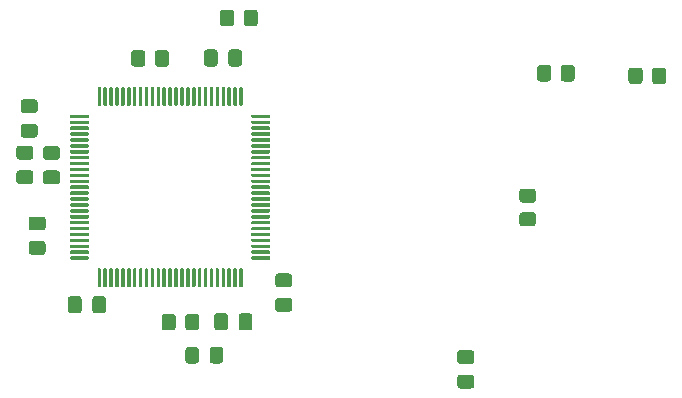
<source format=gbr>
%TF.GenerationSoftware,KiCad,Pcbnew,(5.1.9)-1*%
%TF.CreationDate,2021-04-19T10:41:21+09:00*%
%TF.ProjectId,Air_Pollution_Sensor,4169725f-506f-46c6-9c75-74696f6e5f53,rev?*%
%TF.SameCoordinates,Original*%
%TF.FileFunction,Paste,Bot*%
%TF.FilePolarity,Positive*%
%FSLAX46Y46*%
G04 Gerber Fmt 4.6, Leading zero omitted, Abs format (unit mm)*
G04 Created by KiCad (PCBNEW (5.1.9)-1) date 2021-04-19 10:41:21*
%MOMM*%
%LPD*%
G01*
G04 APERTURE LIST*
G04 APERTURE END LIST*
%TO.C,C9*%
G36*
G01*
X140444200Y-105475100D02*
X141394200Y-105475100D01*
G75*
G02*
X141644200Y-105725100I0J-250000D01*
G01*
X141644200Y-106400100D01*
G75*
G02*
X141394200Y-106650100I-250000J0D01*
G01*
X140444200Y-106650100D01*
G75*
G02*
X140194200Y-106400100I0J250000D01*
G01*
X140194200Y-105725100D01*
G75*
G02*
X140444200Y-105475100I250000J0D01*
G01*
G37*
G36*
G01*
X140444200Y-103400100D02*
X141394200Y-103400100D01*
G75*
G02*
X141644200Y-103650100I0J-250000D01*
G01*
X141644200Y-104325100D01*
G75*
G02*
X141394200Y-104575100I-250000J0D01*
G01*
X140444200Y-104575100D01*
G75*
G02*
X140194200Y-104325100I0J250000D01*
G01*
X140194200Y-103650100D01*
G75*
G02*
X140444200Y-103400100I250000J0D01*
G01*
G37*
%TD*%
%TO.C,R5*%
G36*
G01*
X151433580Y-117870819D02*
X151433580Y-118770821D01*
G75*
G02*
X151183581Y-119020820I-249999J0D01*
G01*
X150483579Y-119020820D01*
G75*
G02*
X150233580Y-118770821I0J249999D01*
G01*
X150233580Y-117870819D01*
G75*
G02*
X150483579Y-117620820I249999J0D01*
G01*
X151183581Y-117620820D01*
G75*
G02*
X151433580Y-117870819I0J-249999D01*
G01*
G37*
G36*
G01*
X153433580Y-117870819D02*
X153433580Y-118770821D01*
G75*
G02*
X153183581Y-119020820I-249999J0D01*
G01*
X152483579Y-119020820D01*
G75*
G02*
X152233580Y-118770821I0J249999D01*
G01*
X152233580Y-117870819D01*
G75*
G02*
X152483579Y-117620820I249999J0D01*
G01*
X153183581Y-117620820D01*
G75*
G02*
X153433580Y-117870819I0J-249999D01*
G01*
G37*
%TD*%
%TO.C,D5*%
G36*
G01*
X153411880Y-120669899D02*
X153411880Y-121569901D01*
G75*
G02*
X153161881Y-121819900I-249999J0D01*
G01*
X152511879Y-121819900D01*
G75*
G02*
X152261880Y-121569901I0J249999D01*
G01*
X152261880Y-120669899D01*
G75*
G02*
X152511879Y-120419900I249999J0D01*
G01*
X153161881Y-120419900D01*
G75*
G02*
X153411880Y-120669899I0J-249999D01*
G01*
G37*
G36*
G01*
X155461880Y-120669899D02*
X155461880Y-121569901D01*
G75*
G02*
X155211881Y-121819900I-249999J0D01*
G01*
X154561879Y-121819900D01*
G75*
G02*
X154311880Y-121569901I0J249999D01*
G01*
X154311880Y-120669899D01*
G75*
G02*
X154561879Y-120419900I249999J0D01*
G01*
X155211881Y-120419900D01*
G75*
G02*
X155461880Y-120669899I0J-249999D01*
G01*
G37*
%TD*%
%TO.C,U6*%
G36*
G01*
X144812360Y-115295900D02*
X144812360Y-113845900D01*
G75*
G02*
X144887360Y-113770900I75000J0D01*
G01*
X145037360Y-113770900D01*
G75*
G02*
X145112360Y-113845900I0J-75000D01*
G01*
X145112360Y-115295900D01*
G75*
G02*
X145037360Y-115370900I-75000J0D01*
G01*
X144887360Y-115370900D01*
G75*
G02*
X144812360Y-115295900I0J75000D01*
G01*
G37*
G36*
G01*
X145312360Y-115295900D02*
X145312360Y-113845900D01*
G75*
G02*
X145387360Y-113770900I75000J0D01*
G01*
X145537360Y-113770900D01*
G75*
G02*
X145612360Y-113845900I0J-75000D01*
G01*
X145612360Y-115295900D01*
G75*
G02*
X145537360Y-115370900I-75000J0D01*
G01*
X145387360Y-115370900D01*
G75*
G02*
X145312360Y-115295900I0J75000D01*
G01*
G37*
G36*
G01*
X145812360Y-115295900D02*
X145812360Y-113845900D01*
G75*
G02*
X145887360Y-113770900I75000J0D01*
G01*
X146037360Y-113770900D01*
G75*
G02*
X146112360Y-113845900I0J-75000D01*
G01*
X146112360Y-115295900D01*
G75*
G02*
X146037360Y-115370900I-75000J0D01*
G01*
X145887360Y-115370900D01*
G75*
G02*
X145812360Y-115295900I0J75000D01*
G01*
G37*
G36*
G01*
X146312360Y-115295900D02*
X146312360Y-113845900D01*
G75*
G02*
X146387360Y-113770900I75000J0D01*
G01*
X146537360Y-113770900D01*
G75*
G02*
X146612360Y-113845900I0J-75000D01*
G01*
X146612360Y-115295900D01*
G75*
G02*
X146537360Y-115370900I-75000J0D01*
G01*
X146387360Y-115370900D01*
G75*
G02*
X146312360Y-115295900I0J75000D01*
G01*
G37*
G36*
G01*
X146812360Y-115295900D02*
X146812360Y-113845900D01*
G75*
G02*
X146887360Y-113770900I75000J0D01*
G01*
X147037360Y-113770900D01*
G75*
G02*
X147112360Y-113845900I0J-75000D01*
G01*
X147112360Y-115295900D01*
G75*
G02*
X147037360Y-115370900I-75000J0D01*
G01*
X146887360Y-115370900D01*
G75*
G02*
X146812360Y-115295900I0J75000D01*
G01*
G37*
G36*
G01*
X147312360Y-115295900D02*
X147312360Y-113845900D01*
G75*
G02*
X147387360Y-113770900I75000J0D01*
G01*
X147537360Y-113770900D01*
G75*
G02*
X147612360Y-113845900I0J-75000D01*
G01*
X147612360Y-115295900D01*
G75*
G02*
X147537360Y-115370900I-75000J0D01*
G01*
X147387360Y-115370900D01*
G75*
G02*
X147312360Y-115295900I0J75000D01*
G01*
G37*
G36*
G01*
X147812360Y-115295900D02*
X147812360Y-113845900D01*
G75*
G02*
X147887360Y-113770900I75000J0D01*
G01*
X148037360Y-113770900D01*
G75*
G02*
X148112360Y-113845900I0J-75000D01*
G01*
X148112360Y-115295900D01*
G75*
G02*
X148037360Y-115370900I-75000J0D01*
G01*
X147887360Y-115370900D01*
G75*
G02*
X147812360Y-115295900I0J75000D01*
G01*
G37*
G36*
G01*
X148312360Y-115295900D02*
X148312360Y-113845900D01*
G75*
G02*
X148387360Y-113770900I75000J0D01*
G01*
X148537360Y-113770900D01*
G75*
G02*
X148612360Y-113845900I0J-75000D01*
G01*
X148612360Y-115295900D01*
G75*
G02*
X148537360Y-115370900I-75000J0D01*
G01*
X148387360Y-115370900D01*
G75*
G02*
X148312360Y-115295900I0J75000D01*
G01*
G37*
G36*
G01*
X148812360Y-115295900D02*
X148812360Y-113845900D01*
G75*
G02*
X148887360Y-113770900I75000J0D01*
G01*
X149037360Y-113770900D01*
G75*
G02*
X149112360Y-113845900I0J-75000D01*
G01*
X149112360Y-115295900D01*
G75*
G02*
X149037360Y-115370900I-75000J0D01*
G01*
X148887360Y-115370900D01*
G75*
G02*
X148812360Y-115295900I0J75000D01*
G01*
G37*
G36*
G01*
X149312360Y-115295900D02*
X149312360Y-113845900D01*
G75*
G02*
X149387360Y-113770900I75000J0D01*
G01*
X149537360Y-113770900D01*
G75*
G02*
X149612360Y-113845900I0J-75000D01*
G01*
X149612360Y-115295900D01*
G75*
G02*
X149537360Y-115370900I-75000J0D01*
G01*
X149387360Y-115370900D01*
G75*
G02*
X149312360Y-115295900I0J75000D01*
G01*
G37*
G36*
G01*
X149812360Y-115295900D02*
X149812360Y-113845900D01*
G75*
G02*
X149887360Y-113770900I75000J0D01*
G01*
X150037360Y-113770900D01*
G75*
G02*
X150112360Y-113845900I0J-75000D01*
G01*
X150112360Y-115295900D01*
G75*
G02*
X150037360Y-115370900I-75000J0D01*
G01*
X149887360Y-115370900D01*
G75*
G02*
X149812360Y-115295900I0J75000D01*
G01*
G37*
G36*
G01*
X150312360Y-115295900D02*
X150312360Y-113845900D01*
G75*
G02*
X150387360Y-113770900I75000J0D01*
G01*
X150537360Y-113770900D01*
G75*
G02*
X150612360Y-113845900I0J-75000D01*
G01*
X150612360Y-115295900D01*
G75*
G02*
X150537360Y-115370900I-75000J0D01*
G01*
X150387360Y-115370900D01*
G75*
G02*
X150312360Y-115295900I0J75000D01*
G01*
G37*
G36*
G01*
X150812360Y-115295900D02*
X150812360Y-113845900D01*
G75*
G02*
X150887360Y-113770900I75000J0D01*
G01*
X151037360Y-113770900D01*
G75*
G02*
X151112360Y-113845900I0J-75000D01*
G01*
X151112360Y-115295900D01*
G75*
G02*
X151037360Y-115370900I-75000J0D01*
G01*
X150887360Y-115370900D01*
G75*
G02*
X150812360Y-115295900I0J75000D01*
G01*
G37*
G36*
G01*
X151312360Y-115295900D02*
X151312360Y-113845900D01*
G75*
G02*
X151387360Y-113770900I75000J0D01*
G01*
X151537360Y-113770900D01*
G75*
G02*
X151612360Y-113845900I0J-75000D01*
G01*
X151612360Y-115295900D01*
G75*
G02*
X151537360Y-115370900I-75000J0D01*
G01*
X151387360Y-115370900D01*
G75*
G02*
X151312360Y-115295900I0J75000D01*
G01*
G37*
G36*
G01*
X151812360Y-115295900D02*
X151812360Y-113845900D01*
G75*
G02*
X151887360Y-113770900I75000J0D01*
G01*
X152037360Y-113770900D01*
G75*
G02*
X152112360Y-113845900I0J-75000D01*
G01*
X152112360Y-115295900D01*
G75*
G02*
X152037360Y-115370900I-75000J0D01*
G01*
X151887360Y-115370900D01*
G75*
G02*
X151812360Y-115295900I0J75000D01*
G01*
G37*
G36*
G01*
X152312360Y-115295900D02*
X152312360Y-113845900D01*
G75*
G02*
X152387360Y-113770900I75000J0D01*
G01*
X152537360Y-113770900D01*
G75*
G02*
X152612360Y-113845900I0J-75000D01*
G01*
X152612360Y-115295900D01*
G75*
G02*
X152537360Y-115370900I-75000J0D01*
G01*
X152387360Y-115370900D01*
G75*
G02*
X152312360Y-115295900I0J75000D01*
G01*
G37*
G36*
G01*
X152812360Y-115295900D02*
X152812360Y-113845900D01*
G75*
G02*
X152887360Y-113770900I75000J0D01*
G01*
X153037360Y-113770900D01*
G75*
G02*
X153112360Y-113845900I0J-75000D01*
G01*
X153112360Y-115295900D01*
G75*
G02*
X153037360Y-115370900I-75000J0D01*
G01*
X152887360Y-115370900D01*
G75*
G02*
X152812360Y-115295900I0J75000D01*
G01*
G37*
G36*
G01*
X153312360Y-115295900D02*
X153312360Y-113845900D01*
G75*
G02*
X153387360Y-113770900I75000J0D01*
G01*
X153537360Y-113770900D01*
G75*
G02*
X153612360Y-113845900I0J-75000D01*
G01*
X153612360Y-115295900D01*
G75*
G02*
X153537360Y-115370900I-75000J0D01*
G01*
X153387360Y-115370900D01*
G75*
G02*
X153312360Y-115295900I0J75000D01*
G01*
G37*
G36*
G01*
X153812360Y-115295900D02*
X153812360Y-113845900D01*
G75*
G02*
X153887360Y-113770900I75000J0D01*
G01*
X154037360Y-113770900D01*
G75*
G02*
X154112360Y-113845900I0J-75000D01*
G01*
X154112360Y-115295900D01*
G75*
G02*
X154037360Y-115370900I-75000J0D01*
G01*
X153887360Y-115370900D01*
G75*
G02*
X153812360Y-115295900I0J75000D01*
G01*
G37*
G36*
G01*
X154312360Y-115295900D02*
X154312360Y-113845900D01*
G75*
G02*
X154387360Y-113770900I75000J0D01*
G01*
X154537360Y-113770900D01*
G75*
G02*
X154612360Y-113845900I0J-75000D01*
G01*
X154612360Y-115295900D01*
G75*
G02*
X154537360Y-115370900I-75000J0D01*
G01*
X154387360Y-115370900D01*
G75*
G02*
X154312360Y-115295900I0J75000D01*
G01*
G37*
G36*
G01*
X154812360Y-115295900D02*
X154812360Y-113845900D01*
G75*
G02*
X154887360Y-113770900I75000J0D01*
G01*
X155037360Y-113770900D01*
G75*
G02*
X155112360Y-113845900I0J-75000D01*
G01*
X155112360Y-115295900D01*
G75*
G02*
X155037360Y-115370900I-75000J0D01*
G01*
X154887360Y-115370900D01*
G75*
G02*
X154812360Y-115295900I0J75000D01*
G01*
G37*
G36*
G01*
X155312360Y-115295900D02*
X155312360Y-113845900D01*
G75*
G02*
X155387360Y-113770900I75000J0D01*
G01*
X155537360Y-113770900D01*
G75*
G02*
X155612360Y-113845900I0J-75000D01*
G01*
X155612360Y-115295900D01*
G75*
G02*
X155537360Y-115370900I-75000J0D01*
G01*
X155387360Y-115370900D01*
G75*
G02*
X155312360Y-115295900I0J75000D01*
G01*
G37*
G36*
G01*
X155812360Y-115295900D02*
X155812360Y-113845900D01*
G75*
G02*
X155887360Y-113770900I75000J0D01*
G01*
X156037360Y-113770900D01*
G75*
G02*
X156112360Y-113845900I0J-75000D01*
G01*
X156112360Y-115295900D01*
G75*
G02*
X156037360Y-115370900I-75000J0D01*
G01*
X155887360Y-115370900D01*
G75*
G02*
X155812360Y-115295900I0J75000D01*
G01*
G37*
G36*
G01*
X156312360Y-115295900D02*
X156312360Y-113845900D01*
G75*
G02*
X156387360Y-113770900I75000J0D01*
G01*
X156537360Y-113770900D01*
G75*
G02*
X156612360Y-113845900I0J-75000D01*
G01*
X156612360Y-115295900D01*
G75*
G02*
X156537360Y-115370900I-75000J0D01*
G01*
X156387360Y-115370900D01*
G75*
G02*
X156312360Y-115295900I0J75000D01*
G01*
G37*
G36*
G01*
X156812360Y-115295900D02*
X156812360Y-113845900D01*
G75*
G02*
X156887360Y-113770900I75000J0D01*
G01*
X157037360Y-113770900D01*
G75*
G02*
X157112360Y-113845900I0J-75000D01*
G01*
X157112360Y-115295900D01*
G75*
G02*
X157037360Y-115370900I-75000J0D01*
G01*
X156887360Y-115370900D01*
G75*
G02*
X156812360Y-115295900I0J75000D01*
G01*
G37*
G36*
G01*
X157837360Y-112970900D02*
X157837360Y-112820900D01*
G75*
G02*
X157912360Y-112745900I75000J0D01*
G01*
X159362360Y-112745900D01*
G75*
G02*
X159437360Y-112820900I0J-75000D01*
G01*
X159437360Y-112970900D01*
G75*
G02*
X159362360Y-113045900I-75000J0D01*
G01*
X157912360Y-113045900D01*
G75*
G02*
X157837360Y-112970900I0J75000D01*
G01*
G37*
G36*
G01*
X157837360Y-112470900D02*
X157837360Y-112320900D01*
G75*
G02*
X157912360Y-112245900I75000J0D01*
G01*
X159362360Y-112245900D01*
G75*
G02*
X159437360Y-112320900I0J-75000D01*
G01*
X159437360Y-112470900D01*
G75*
G02*
X159362360Y-112545900I-75000J0D01*
G01*
X157912360Y-112545900D01*
G75*
G02*
X157837360Y-112470900I0J75000D01*
G01*
G37*
G36*
G01*
X157837360Y-111970900D02*
X157837360Y-111820900D01*
G75*
G02*
X157912360Y-111745900I75000J0D01*
G01*
X159362360Y-111745900D01*
G75*
G02*
X159437360Y-111820900I0J-75000D01*
G01*
X159437360Y-111970900D01*
G75*
G02*
X159362360Y-112045900I-75000J0D01*
G01*
X157912360Y-112045900D01*
G75*
G02*
X157837360Y-111970900I0J75000D01*
G01*
G37*
G36*
G01*
X157837360Y-111470900D02*
X157837360Y-111320900D01*
G75*
G02*
X157912360Y-111245900I75000J0D01*
G01*
X159362360Y-111245900D01*
G75*
G02*
X159437360Y-111320900I0J-75000D01*
G01*
X159437360Y-111470900D01*
G75*
G02*
X159362360Y-111545900I-75000J0D01*
G01*
X157912360Y-111545900D01*
G75*
G02*
X157837360Y-111470900I0J75000D01*
G01*
G37*
G36*
G01*
X157837360Y-110970900D02*
X157837360Y-110820900D01*
G75*
G02*
X157912360Y-110745900I75000J0D01*
G01*
X159362360Y-110745900D01*
G75*
G02*
X159437360Y-110820900I0J-75000D01*
G01*
X159437360Y-110970900D01*
G75*
G02*
X159362360Y-111045900I-75000J0D01*
G01*
X157912360Y-111045900D01*
G75*
G02*
X157837360Y-110970900I0J75000D01*
G01*
G37*
G36*
G01*
X157837360Y-110470900D02*
X157837360Y-110320900D01*
G75*
G02*
X157912360Y-110245900I75000J0D01*
G01*
X159362360Y-110245900D01*
G75*
G02*
X159437360Y-110320900I0J-75000D01*
G01*
X159437360Y-110470900D01*
G75*
G02*
X159362360Y-110545900I-75000J0D01*
G01*
X157912360Y-110545900D01*
G75*
G02*
X157837360Y-110470900I0J75000D01*
G01*
G37*
G36*
G01*
X157837360Y-109970900D02*
X157837360Y-109820900D01*
G75*
G02*
X157912360Y-109745900I75000J0D01*
G01*
X159362360Y-109745900D01*
G75*
G02*
X159437360Y-109820900I0J-75000D01*
G01*
X159437360Y-109970900D01*
G75*
G02*
X159362360Y-110045900I-75000J0D01*
G01*
X157912360Y-110045900D01*
G75*
G02*
X157837360Y-109970900I0J75000D01*
G01*
G37*
G36*
G01*
X157837360Y-109470900D02*
X157837360Y-109320900D01*
G75*
G02*
X157912360Y-109245900I75000J0D01*
G01*
X159362360Y-109245900D01*
G75*
G02*
X159437360Y-109320900I0J-75000D01*
G01*
X159437360Y-109470900D01*
G75*
G02*
X159362360Y-109545900I-75000J0D01*
G01*
X157912360Y-109545900D01*
G75*
G02*
X157837360Y-109470900I0J75000D01*
G01*
G37*
G36*
G01*
X157837360Y-108970900D02*
X157837360Y-108820900D01*
G75*
G02*
X157912360Y-108745900I75000J0D01*
G01*
X159362360Y-108745900D01*
G75*
G02*
X159437360Y-108820900I0J-75000D01*
G01*
X159437360Y-108970900D01*
G75*
G02*
X159362360Y-109045900I-75000J0D01*
G01*
X157912360Y-109045900D01*
G75*
G02*
X157837360Y-108970900I0J75000D01*
G01*
G37*
G36*
G01*
X157837360Y-108470900D02*
X157837360Y-108320900D01*
G75*
G02*
X157912360Y-108245900I75000J0D01*
G01*
X159362360Y-108245900D01*
G75*
G02*
X159437360Y-108320900I0J-75000D01*
G01*
X159437360Y-108470900D01*
G75*
G02*
X159362360Y-108545900I-75000J0D01*
G01*
X157912360Y-108545900D01*
G75*
G02*
X157837360Y-108470900I0J75000D01*
G01*
G37*
G36*
G01*
X157837360Y-107970900D02*
X157837360Y-107820900D01*
G75*
G02*
X157912360Y-107745900I75000J0D01*
G01*
X159362360Y-107745900D01*
G75*
G02*
X159437360Y-107820900I0J-75000D01*
G01*
X159437360Y-107970900D01*
G75*
G02*
X159362360Y-108045900I-75000J0D01*
G01*
X157912360Y-108045900D01*
G75*
G02*
X157837360Y-107970900I0J75000D01*
G01*
G37*
G36*
G01*
X157837360Y-107470900D02*
X157837360Y-107320900D01*
G75*
G02*
X157912360Y-107245900I75000J0D01*
G01*
X159362360Y-107245900D01*
G75*
G02*
X159437360Y-107320900I0J-75000D01*
G01*
X159437360Y-107470900D01*
G75*
G02*
X159362360Y-107545900I-75000J0D01*
G01*
X157912360Y-107545900D01*
G75*
G02*
X157837360Y-107470900I0J75000D01*
G01*
G37*
G36*
G01*
X157837360Y-106970900D02*
X157837360Y-106820900D01*
G75*
G02*
X157912360Y-106745900I75000J0D01*
G01*
X159362360Y-106745900D01*
G75*
G02*
X159437360Y-106820900I0J-75000D01*
G01*
X159437360Y-106970900D01*
G75*
G02*
X159362360Y-107045900I-75000J0D01*
G01*
X157912360Y-107045900D01*
G75*
G02*
X157837360Y-106970900I0J75000D01*
G01*
G37*
G36*
G01*
X157837360Y-106470900D02*
X157837360Y-106320900D01*
G75*
G02*
X157912360Y-106245900I75000J0D01*
G01*
X159362360Y-106245900D01*
G75*
G02*
X159437360Y-106320900I0J-75000D01*
G01*
X159437360Y-106470900D01*
G75*
G02*
X159362360Y-106545900I-75000J0D01*
G01*
X157912360Y-106545900D01*
G75*
G02*
X157837360Y-106470900I0J75000D01*
G01*
G37*
G36*
G01*
X157837360Y-105970900D02*
X157837360Y-105820900D01*
G75*
G02*
X157912360Y-105745900I75000J0D01*
G01*
X159362360Y-105745900D01*
G75*
G02*
X159437360Y-105820900I0J-75000D01*
G01*
X159437360Y-105970900D01*
G75*
G02*
X159362360Y-106045900I-75000J0D01*
G01*
X157912360Y-106045900D01*
G75*
G02*
X157837360Y-105970900I0J75000D01*
G01*
G37*
G36*
G01*
X157837360Y-105470900D02*
X157837360Y-105320900D01*
G75*
G02*
X157912360Y-105245900I75000J0D01*
G01*
X159362360Y-105245900D01*
G75*
G02*
X159437360Y-105320900I0J-75000D01*
G01*
X159437360Y-105470900D01*
G75*
G02*
X159362360Y-105545900I-75000J0D01*
G01*
X157912360Y-105545900D01*
G75*
G02*
X157837360Y-105470900I0J75000D01*
G01*
G37*
G36*
G01*
X157837360Y-104970900D02*
X157837360Y-104820900D01*
G75*
G02*
X157912360Y-104745900I75000J0D01*
G01*
X159362360Y-104745900D01*
G75*
G02*
X159437360Y-104820900I0J-75000D01*
G01*
X159437360Y-104970900D01*
G75*
G02*
X159362360Y-105045900I-75000J0D01*
G01*
X157912360Y-105045900D01*
G75*
G02*
X157837360Y-104970900I0J75000D01*
G01*
G37*
G36*
G01*
X157837360Y-104470900D02*
X157837360Y-104320900D01*
G75*
G02*
X157912360Y-104245900I75000J0D01*
G01*
X159362360Y-104245900D01*
G75*
G02*
X159437360Y-104320900I0J-75000D01*
G01*
X159437360Y-104470900D01*
G75*
G02*
X159362360Y-104545900I-75000J0D01*
G01*
X157912360Y-104545900D01*
G75*
G02*
X157837360Y-104470900I0J75000D01*
G01*
G37*
G36*
G01*
X157837360Y-103970900D02*
X157837360Y-103820900D01*
G75*
G02*
X157912360Y-103745900I75000J0D01*
G01*
X159362360Y-103745900D01*
G75*
G02*
X159437360Y-103820900I0J-75000D01*
G01*
X159437360Y-103970900D01*
G75*
G02*
X159362360Y-104045900I-75000J0D01*
G01*
X157912360Y-104045900D01*
G75*
G02*
X157837360Y-103970900I0J75000D01*
G01*
G37*
G36*
G01*
X157837360Y-103470900D02*
X157837360Y-103320900D01*
G75*
G02*
X157912360Y-103245900I75000J0D01*
G01*
X159362360Y-103245900D01*
G75*
G02*
X159437360Y-103320900I0J-75000D01*
G01*
X159437360Y-103470900D01*
G75*
G02*
X159362360Y-103545900I-75000J0D01*
G01*
X157912360Y-103545900D01*
G75*
G02*
X157837360Y-103470900I0J75000D01*
G01*
G37*
G36*
G01*
X157837360Y-102970900D02*
X157837360Y-102820900D01*
G75*
G02*
X157912360Y-102745900I75000J0D01*
G01*
X159362360Y-102745900D01*
G75*
G02*
X159437360Y-102820900I0J-75000D01*
G01*
X159437360Y-102970900D01*
G75*
G02*
X159362360Y-103045900I-75000J0D01*
G01*
X157912360Y-103045900D01*
G75*
G02*
X157837360Y-102970900I0J75000D01*
G01*
G37*
G36*
G01*
X157837360Y-102470900D02*
X157837360Y-102320900D01*
G75*
G02*
X157912360Y-102245900I75000J0D01*
G01*
X159362360Y-102245900D01*
G75*
G02*
X159437360Y-102320900I0J-75000D01*
G01*
X159437360Y-102470900D01*
G75*
G02*
X159362360Y-102545900I-75000J0D01*
G01*
X157912360Y-102545900D01*
G75*
G02*
X157837360Y-102470900I0J75000D01*
G01*
G37*
G36*
G01*
X157837360Y-101970900D02*
X157837360Y-101820900D01*
G75*
G02*
X157912360Y-101745900I75000J0D01*
G01*
X159362360Y-101745900D01*
G75*
G02*
X159437360Y-101820900I0J-75000D01*
G01*
X159437360Y-101970900D01*
G75*
G02*
X159362360Y-102045900I-75000J0D01*
G01*
X157912360Y-102045900D01*
G75*
G02*
X157837360Y-101970900I0J75000D01*
G01*
G37*
G36*
G01*
X157837360Y-101470900D02*
X157837360Y-101320900D01*
G75*
G02*
X157912360Y-101245900I75000J0D01*
G01*
X159362360Y-101245900D01*
G75*
G02*
X159437360Y-101320900I0J-75000D01*
G01*
X159437360Y-101470900D01*
G75*
G02*
X159362360Y-101545900I-75000J0D01*
G01*
X157912360Y-101545900D01*
G75*
G02*
X157837360Y-101470900I0J75000D01*
G01*
G37*
G36*
G01*
X157837360Y-100970900D02*
X157837360Y-100820900D01*
G75*
G02*
X157912360Y-100745900I75000J0D01*
G01*
X159362360Y-100745900D01*
G75*
G02*
X159437360Y-100820900I0J-75000D01*
G01*
X159437360Y-100970900D01*
G75*
G02*
X159362360Y-101045900I-75000J0D01*
G01*
X157912360Y-101045900D01*
G75*
G02*
X157837360Y-100970900I0J75000D01*
G01*
G37*
G36*
G01*
X156812360Y-99945900D02*
X156812360Y-98495900D01*
G75*
G02*
X156887360Y-98420900I75000J0D01*
G01*
X157037360Y-98420900D01*
G75*
G02*
X157112360Y-98495900I0J-75000D01*
G01*
X157112360Y-99945900D01*
G75*
G02*
X157037360Y-100020900I-75000J0D01*
G01*
X156887360Y-100020900D01*
G75*
G02*
X156812360Y-99945900I0J75000D01*
G01*
G37*
G36*
G01*
X156312360Y-99945900D02*
X156312360Y-98495900D01*
G75*
G02*
X156387360Y-98420900I75000J0D01*
G01*
X156537360Y-98420900D01*
G75*
G02*
X156612360Y-98495900I0J-75000D01*
G01*
X156612360Y-99945900D01*
G75*
G02*
X156537360Y-100020900I-75000J0D01*
G01*
X156387360Y-100020900D01*
G75*
G02*
X156312360Y-99945900I0J75000D01*
G01*
G37*
G36*
G01*
X155812360Y-99945900D02*
X155812360Y-98495900D01*
G75*
G02*
X155887360Y-98420900I75000J0D01*
G01*
X156037360Y-98420900D01*
G75*
G02*
X156112360Y-98495900I0J-75000D01*
G01*
X156112360Y-99945900D01*
G75*
G02*
X156037360Y-100020900I-75000J0D01*
G01*
X155887360Y-100020900D01*
G75*
G02*
X155812360Y-99945900I0J75000D01*
G01*
G37*
G36*
G01*
X155312360Y-99945900D02*
X155312360Y-98495900D01*
G75*
G02*
X155387360Y-98420900I75000J0D01*
G01*
X155537360Y-98420900D01*
G75*
G02*
X155612360Y-98495900I0J-75000D01*
G01*
X155612360Y-99945900D01*
G75*
G02*
X155537360Y-100020900I-75000J0D01*
G01*
X155387360Y-100020900D01*
G75*
G02*
X155312360Y-99945900I0J75000D01*
G01*
G37*
G36*
G01*
X154812360Y-99945900D02*
X154812360Y-98495900D01*
G75*
G02*
X154887360Y-98420900I75000J0D01*
G01*
X155037360Y-98420900D01*
G75*
G02*
X155112360Y-98495900I0J-75000D01*
G01*
X155112360Y-99945900D01*
G75*
G02*
X155037360Y-100020900I-75000J0D01*
G01*
X154887360Y-100020900D01*
G75*
G02*
X154812360Y-99945900I0J75000D01*
G01*
G37*
G36*
G01*
X154312360Y-99945900D02*
X154312360Y-98495900D01*
G75*
G02*
X154387360Y-98420900I75000J0D01*
G01*
X154537360Y-98420900D01*
G75*
G02*
X154612360Y-98495900I0J-75000D01*
G01*
X154612360Y-99945900D01*
G75*
G02*
X154537360Y-100020900I-75000J0D01*
G01*
X154387360Y-100020900D01*
G75*
G02*
X154312360Y-99945900I0J75000D01*
G01*
G37*
G36*
G01*
X153812360Y-99945900D02*
X153812360Y-98495900D01*
G75*
G02*
X153887360Y-98420900I75000J0D01*
G01*
X154037360Y-98420900D01*
G75*
G02*
X154112360Y-98495900I0J-75000D01*
G01*
X154112360Y-99945900D01*
G75*
G02*
X154037360Y-100020900I-75000J0D01*
G01*
X153887360Y-100020900D01*
G75*
G02*
X153812360Y-99945900I0J75000D01*
G01*
G37*
G36*
G01*
X153312360Y-99945900D02*
X153312360Y-98495900D01*
G75*
G02*
X153387360Y-98420900I75000J0D01*
G01*
X153537360Y-98420900D01*
G75*
G02*
X153612360Y-98495900I0J-75000D01*
G01*
X153612360Y-99945900D01*
G75*
G02*
X153537360Y-100020900I-75000J0D01*
G01*
X153387360Y-100020900D01*
G75*
G02*
X153312360Y-99945900I0J75000D01*
G01*
G37*
G36*
G01*
X152812360Y-99945900D02*
X152812360Y-98495900D01*
G75*
G02*
X152887360Y-98420900I75000J0D01*
G01*
X153037360Y-98420900D01*
G75*
G02*
X153112360Y-98495900I0J-75000D01*
G01*
X153112360Y-99945900D01*
G75*
G02*
X153037360Y-100020900I-75000J0D01*
G01*
X152887360Y-100020900D01*
G75*
G02*
X152812360Y-99945900I0J75000D01*
G01*
G37*
G36*
G01*
X152312360Y-99945900D02*
X152312360Y-98495900D01*
G75*
G02*
X152387360Y-98420900I75000J0D01*
G01*
X152537360Y-98420900D01*
G75*
G02*
X152612360Y-98495900I0J-75000D01*
G01*
X152612360Y-99945900D01*
G75*
G02*
X152537360Y-100020900I-75000J0D01*
G01*
X152387360Y-100020900D01*
G75*
G02*
X152312360Y-99945900I0J75000D01*
G01*
G37*
G36*
G01*
X151812360Y-99945900D02*
X151812360Y-98495900D01*
G75*
G02*
X151887360Y-98420900I75000J0D01*
G01*
X152037360Y-98420900D01*
G75*
G02*
X152112360Y-98495900I0J-75000D01*
G01*
X152112360Y-99945900D01*
G75*
G02*
X152037360Y-100020900I-75000J0D01*
G01*
X151887360Y-100020900D01*
G75*
G02*
X151812360Y-99945900I0J75000D01*
G01*
G37*
G36*
G01*
X151312360Y-99945900D02*
X151312360Y-98495900D01*
G75*
G02*
X151387360Y-98420900I75000J0D01*
G01*
X151537360Y-98420900D01*
G75*
G02*
X151612360Y-98495900I0J-75000D01*
G01*
X151612360Y-99945900D01*
G75*
G02*
X151537360Y-100020900I-75000J0D01*
G01*
X151387360Y-100020900D01*
G75*
G02*
X151312360Y-99945900I0J75000D01*
G01*
G37*
G36*
G01*
X150812360Y-99945900D02*
X150812360Y-98495900D01*
G75*
G02*
X150887360Y-98420900I75000J0D01*
G01*
X151037360Y-98420900D01*
G75*
G02*
X151112360Y-98495900I0J-75000D01*
G01*
X151112360Y-99945900D01*
G75*
G02*
X151037360Y-100020900I-75000J0D01*
G01*
X150887360Y-100020900D01*
G75*
G02*
X150812360Y-99945900I0J75000D01*
G01*
G37*
G36*
G01*
X150312360Y-99945900D02*
X150312360Y-98495900D01*
G75*
G02*
X150387360Y-98420900I75000J0D01*
G01*
X150537360Y-98420900D01*
G75*
G02*
X150612360Y-98495900I0J-75000D01*
G01*
X150612360Y-99945900D01*
G75*
G02*
X150537360Y-100020900I-75000J0D01*
G01*
X150387360Y-100020900D01*
G75*
G02*
X150312360Y-99945900I0J75000D01*
G01*
G37*
G36*
G01*
X149812360Y-99945900D02*
X149812360Y-98495900D01*
G75*
G02*
X149887360Y-98420900I75000J0D01*
G01*
X150037360Y-98420900D01*
G75*
G02*
X150112360Y-98495900I0J-75000D01*
G01*
X150112360Y-99945900D01*
G75*
G02*
X150037360Y-100020900I-75000J0D01*
G01*
X149887360Y-100020900D01*
G75*
G02*
X149812360Y-99945900I0J75000D01*
G01*
G37*
G36*
G01*
X149312360Y-99945900D02*
X149312360Y-98495900D01*
G75*
G02*
X149387360Y-98420900I75000J0D01*
G01*
X149537360Y-98420900D01*
G75*
G02*
X149612360Y-98495900I0J-75000D01*
G01*
X149612360Y-99945900D01*
G75*
G02*
X149537360Y-100020900I-75000J0D01*
G01*
X149387360Y-100020900D01*
G75*
G02*
X149312360Y-99945900I0J75000D01*
G01*
G37*
G36*
G01*
X148812360Y-99945900D02*
X148812360Y-98495900D01*
G75*
G02*
X148887360Y-98420900I75000J0D01*
G01*
X149037360Y-98420900D01*
G75*
G02*
X149112360Y-98495900I0J-75000D01*
G01*
X149112360Y-99945900D01*
G75*
G02*
X149037360Y-100020900I-75000J0D01*
G01*
X148887360Y-100020900D01*
G75*
G02*
X148812360Y-99945900I0J75000D01*
G01*
G37*
G36*
G01*
X148312360Y-99945900D02*
X148312360Y-98495900D01*
G75*
G02*
X148387360Y-98420900I75000J0D01*
G01*
X148537360Y-98420900D01*
G75*
G02*
X148612360Y-98495900I0J-75000D01*
G01*
X148612360Y-99945900D01*
G75*
G02*
X148537360Y-100020900I-75000J0D01*
G01*
X148387360Y-100020900D01*
G75*
G02*
X148312360Y-99945900I0J75000D01*
G01*
G37*
G36*
G01*
X147812360Y-99945900D02*
X147812360Y-98495900D01*
G75*
G02*
X147887360Y-98420900I75000J0D01*
G01*
X148037360Y-98420900D01*
G75*
G02*
X148112360Y-98495900I0J-75000D01*
G01*
X148112360Y-99945900D01*
G75*
G02*
X148037360Y-100020900I-75000J0D01*
G01*
X147887360Y-100020900D01*
G75*
G02*
X147812360Y-99945900I0J75000D01*
G01*
G37*
G36*
G01*
X147312360Y-99945900D02*
X147312360Y-98495900D01*
G75*
G02*
X147387360Y-98420900I75000J0D01*
G01*
X147537360Y-98420900D01*
G75*
G02*
X147612360Y-98495900I0J-75000D01*
G01*
X147612360Y-99945900D01*
G75*
G02*
X147537360Y-100020900I-75000J0D01*
G01*
X147387360Y-100020900D01*
G75*
G02*
X147312360Y-99945900I0J75000D01*
G01*
G37*
G36*
G01*
X146812360Y-99945900D02*
X146812360Y-98495900D01*
G75*
G02*
X146887360Y-98420900I75000J0D01*
G01*
X147037360Y-98420900D01*
G75*
G02*
X147112360Y-98495900I0J-75000D01*
G01*
X147112360Y-99945900D01*
G75*
G02*
X147037360Y-100020900I-75000J0D01*
G01*
X146887360Y-100020900D01*
G75*
G02*
X146812360Y-99945900I0J75000D01*
G01*
G37*
G36*
G01*
X146312360Y-99945900D02*
X146312360Y-98495900D01*
G75*
G02*
X146387360Y-98420900I75000J0D01*
G01*
X146537360Y-98420900D01*
G75*
G02*
X146612360Y-98495900I0J-75000D01*
G01*
X146612360Y-99945900D01*
G75*
G02*
X146537360Y-100020900I-75000J0D01*
G01*
X146387360Y-100020900D01*
G75*
G02*
X146312360Y-99945900I0J75000D01*
G01*
G37*
G36*
G01*
X145812360Y-99945900D02*
X145812360Y-98495900D01*
G75*
G02*
X145887360Y-98420900I75000J0D01*
G01*
X146037360Y-98420900D01*
G75*
G02*
X146112360Y-98495900I0J-75000D01*
G01*
X146112360Y-99945900D01*
G75*
G02*
X146037360Y-100020900I-75000J0D01*
G01*
X145887360Y-100020900D01*
G75*
G02*
X145812360Y-99945900I0J75000D01*
G01*
G37*
G36*
G01*
X145312360Y-99945900D02*
X145312360Y-98495900D01*
G75*
G02*
X145387360Y-98420900I75000J0D01*
G01*
X145537360Y-98420900D01*
G75*
G02*
X145612360Y-98495900I0J-75000D01*
G01*
X145612360Y-99945900D01*
G75*
G02*
X145537360Y-100020900I-75000J0D01*
G01*
X145387360Y-100020900D01*
G75*
G02*
X145312360Y-99945900I0J75000D01*
G01*
G37*
G36*
G01*
X144812360Y-99945900D02*
X144812360Y-98495900D01*
G75*
G02*
X144887360Y-98420900I75000J0D01*
G01*
X145037360Y-98420900D01*
G75*
G02*
X145112360Y-98495900I0J-75000D01*
G01*
X145112360Y-99945900D01*
G75*
G02*
X145037360Y-100020900I-75000J0D01*
G01*
X144887360Y-100020900D01*
G75*
G02*
X144812360Y-99945900I0J75000D01*
G01*
G37*
G36*
G01*
X142487360Y-100970900D02*
X142487360Y-100820900D01*
G75*
G02*
X142562360Y-100745900I75000J0D01*
G01*
X144012360Y-100745900D01*
G75*
G02*
X144087360Y-100820900I0J-75000D01*
G01*
X144087360Y-100970900D01*
G75*
G02*
X144012360Y-101045900I-75000J0D01*
G01*
X142562360Y-101045900D01*
G75*
G02*
X142487360Y-100970900I0J75000D01*
G01*
G37*
G36*
G01*
X142487360Y-101470900D02*
X142487360Y-101320900D01*
G75*
G02*
X142562360Y-101245900I75000J0D01*
G01*
X144012360Y-101245900D01*
G75*
G02*
X144087360Y-101320900I0J-75000D01*
G01*
X144087360Y-101470900D01*
G75*
G02*
X144012360Y-101545900I-75000J0D01*
G01*
X142562360Y-101545900D01*
G75*
G02*
X142487360Y-101470900I0J75000D01*
G01*
G37*
G36*
G01*
X142487360Y-101970900D02*
X142487360Y-101820900D01*
G75*
G02*
X142562360Y-101745900I75000J0D01*
G01*
X144012360Y-101745900D01*
G75*
G02*
X144087360Y-101820900I0J-75000D01*
G01*
X144087360Y-101970900D01*
G75*
G02*
X144012360Y-102045900I-75000J0D01*
G01*
X142562360Y-102045900D01*
G75*
G02*
X142487360Y-101970900I0J75000D01*
G01*
G37*
G36*
G01*
X142487360Y-102470900D02*
X142487360Y-102320900D01*
G75*
G02*
X142562360Y-102245900I75000J0D01*
G01*
X144012360Y-102245900D01*
G75*
G02*
X144087360Y-102320900I0J-75000D01*
G01*
X144087360Y-102470900D01*
G75*
G02*
X144012360Y-102545900I-75000J0D01*
G01*
X142562360Y-102545900D01*
G75*
G02*
X142487360Y-102470900I0J75000D01*
G01*
G37*
G36*
G01*
X142487360Y-102970900D02*
X142487360Y-102820900D01*
G75*
G02*
X142562360Y-102745900I75000J0D01*
G01*
X144012360Y-102745900D01*
G75*
G02*
X144087360Y-102820900I0J-75000D01*
G01*
X144087360Y-102970900D01*
G75*
G02*
X144012360Y-103045900I-75000J0D01*
G01*
X142562360Y-103045900D01*
G75*
G02*
X142487360Y-102970900I0J75000D01*
G01*
G37*
G36*
G01*
X142487360Y-103470900D02*
X142487360Y-103320900D01*
G75*
G02*
X142562360Y-103245900I75000J0D01*
G01*
X144012360Y-103245900D01*
G75*
G02*
X144087360Y-103320900I0J-75000D01*
G01*
X144087360Y-103470900D01*
G75*
G02*
X144012360Y-103545900I-75000J0D01*
G01*
X142562360Y-103545900D01*
G75*
G02*
X142487360Y-103470900I0J75000D01*
G01*
G37*
G36*
G01*
X142487360Y-103970900D02*
X142487360Y-103820900D01*
G75*
G02*
X142562360Y-103745900I75000J0D01*
G01*
X144012360Y-103745900D01*
G75*
G02*
X144087360Y-103820900I0J-75000D01*
G01*
X144087360Y-103970900D01*
G75*
G02*
X144012360Y-104045900I-75000J0D01*
G01*
X142562360Y-104045900D01*
G75*
G02*
X142487360Y-103970900I0J75000D01*
G01*
G37*
G36*
G01*
X142487360Y-104470900D02*
X142487360Y-104320900D01*
G75*
G02*
X142562360Y-104245900I75000J0D01*
G01*
X144012360Y-104245900D01*
G75*
G02*
X144087360Y-104320900I0J-75000D01*
G01*
X144087360Y-104470900D01*
G75*
G02*
X144012360Y-104545900I-75000J0D01*
G01*
X142562360Y-104545900D01*
G75*
G02*
X142487360Y-104470900I0J75000D01*
G01*
G37*
G36*
G01*
X142487360Y-104970900D02*
X142487360Y-104820900D01*
G75*
G02*
X142562360Y-104745900I75000J0D01*
G01*
X144012360Y-104745900D01*
G75*
G02*
X144087360Y-104820900I0J-75000D01*
G01*
X144087360Y-104970900D01*
G75*
G02*
X144012360Y-105045900I-75000J0D01*
G01*
X142562360Y-105045900D01*
G75*
G02*
X142487360Y-104970900I0J75000D01*
G01*
G37*
G36*
G01*
X142487360Y-105470900D02*
X142487360Y-105320900D01*
G75*
G02*
X142562360Y-105245900I75000J0D01*
G01*
X144012360Y-105245900D01*
G75*
G02*
X144087360Y-105320900I0J-75000D01*
G01*
X144087360Y-105470900D01*
G75*
G02*
X144012360Y-105545900I-75000J0D01*
G01*
X142562360Y-105545900D01*
G75*
G02*
X142487360Y-105470900I0J75000D01*
G01*
G37*
G36*
G01*
X142487360Y-105970900D02*
X142487360Y-105820900D01*
G75*
G02*
X142562360Y-105745900I75000J0D01*
G01*
X144012360Y-105745900D01*
G75*
G02*
X144087360Y-105820900I0J-75000D01*
G01*
X144087360Y-105970900D01*
G75*
G02*
X144012360Y-106045900I-75000J0D01*
G01*
X142562360Y-106045900D01*
G75*
G02*
X142487360Y-105970900I0J75000D01*
G01*
G37*
G36*
G01*
X142487360Y-106470900D02*
X142487360Y-106320900D01*
G75*
G02*
X142562360Y-106245900I75000J0D01*
G01*
X144012360Y-106245900D01*
G75*
G02*
X144087360Y-106320900I0J-75000D01*
G01*
X144087360Y-106470900D01*
G75*
G02*
X144012360Y-106545900I-75000J0D01*
G01*
X142562360Y-106545900D01*
G75*
G02*
X142487360Y-106470900I0J75000D01*
G01*
G37*
G36*
G01*
X142487360Y-106970900D02*
X142487360Y-106820900D01*
G75*
G02*
X142562360Y-106745900I75000J0D01*
G01*
X144012360Y-106745900D01*
G75*
G02*
X144087360Y-106820900I0J-75000D01*
G01*
X144087360Y-106970900D01*
G75*
G02*
X144012360Y-107045900I-75000J0D01*
G01*
X142562360Y-107045900D01*
G75*
G02*
X142487360Y-106970900I0J75000D01*
G01*
G37*
G36*
G01*
X142487360Y-107470900D02*
X142487360Y-107320900D01*
G75*
G02*
X142562360Y-107245900I75000J0D01*
G01*
X144012360Y-107245900D01*
G75*
G02*
X144087360Y-107320900I0J-75000D01*
G01*
X144087360Y-107470900D01*
G75*
G02*
X144012360Y-107545900I-75000J0D01*
G01*
X142562360Y-107545900D01*
G75*
G02*
X142487360Y-107470900I0J75000D01*
G01*
G37*
G36*
G01*
X142487360Y-107970900D02*
X142487360Y-107820900D01*
G75*
G02*
X142562360Y-107745900I75000J0D01*
G01*
X144012360Y-107745900D01*
G75*
G02*
X144087360Y-107820900I0J-75000D01*
G01*
X144087360Y-107970900D01*
G75*
G02*
X144012360Y-108045900I-75000J0D01*
G01*
X142562360Y-108045900D01*
G75*
G02*
X142487360Y-107970900I0J75000D01*
G01*
G37*
G36*
G01*
X142487360Y-108470900D02*
X142487360Y-108320900D01*
G75*
G02*
X142562360Y-108245900I75000J0D01*
G01*
X144012360Y-108245900D01*
G75*
G02*
X144087360Y-108320900I0J-75000D01*
G01*
X144087360Y-108470900D01*
G75*
G02*
X144012360Y-108545900I-75000J0D01*
G01*
X142562360Y-108545900D01*
G75*
G02*
X142487360Y-108470900I0J75000D01*
G01*
G37*
G36*
G01*
X142487360Y-108970900D02*
X142487360Y-108820900D01*
G75*
G02*
X142562360Y-108745900I75000J0D01*
G01*
X144012360Y-108745900D01*
G75*
G02*
X144087360Y-108820900I0J-75000D01*
G01*
X144087360Y-108970900D01*
G75*
G02*
X144012360Y-109045900I-75000J0D01*
G01*
X142562360Y-109045900D01*
G75*
G02*
X142487360Y-108970900I0J75000D01*
G01*
G37*
G36*
G01*
X142487360Y-109470900D02*
X142487360Y-109320900D01*
G75*
G02*
X142562360Y-109245900I75000J0D01*
G01*
X144012360Y-109245900D01*
G75*
G02*
X144087360Y-109320900I0J-75000D01*
G01*
X144087360Y-109470900D01*
G75*
G02*
X144012360Y-109545900I-75000J0D01*
G01*
X142562360Y-109545900D01*
G75*
G02*
X142487360Y-109470900I0J75000D01*
G01*
G37*
G36*
G01*
X142487360Y-109970900D02*
X142487360Y-109820900D01*
G75*
G02*
X142562360Y-109745900I75000J0D01*
G01*
X144012360Y-109745900D01*
G75*
G02*
X144087360Y-109820900I0J-75000D01*
G01*
X144087360Y-109970900D01*
G75*
G02*
X144012360Y-110045900I-75000J0D01*
G01*
X142562360Y-110045900D01*
G75*
G02*
X142487360Y-109970900I0J75000D01*
G01*
G37*
G36*
G01*
X142487360Y-110470900D02*
X142487360Y-110320900D01*
G75*
G02*
X142562360Y-110245900I75000J0D01*
G01*
X144012360Y-110245900D01*
G75*
G02*
X144087360Y-110320900I0J-75000D01*
G01*
X144087360Y-110470900D01*
G75*
G02*
X144012360Y-110545900I-75000J0D01*
G01*
X142562360Y-110545900D01*
G75*
G02*
X142487360Y-110470900I0J75000D01*
G01*
G37*
G36*
G01*
X142487360Y-110970900D02*
X142487360Y-110820900D01*
G75*
G02*
X142562360Y-110745900I75000J0D01*
G01*
X144012360Y-110745900D01*
G75*
G02*
X144087360Y-110820900I0J-75000D01*
G01*
X144087360Y-110970900D01*
G75*
G02*
X144012360Y-111045900I-75000J0D01*
G01*
X142562360Y-111045900D01*
G75*
G02*
X142487360Y-110970900I0J75000D01*
G01*
G37*
G36*
G01*
X142487360Y-111470900D02*
X142487360Y-111320900D01*
G75*
G02*
X142562360Y-111245900I75000J0D01*
G01*
X144012360Y-111245900D01*
G75*
G02*
X144087360Y-111320900I0J-75000D01*
G01*
X144087360Y-111470900D01*
G75*
G02*
X144012360Y-111545900I-75000J0D01*
G01*
X142562360Y-111545900D01*
G75*
G02*
X142487360Y-111470900I0J75000D01*
G01*
G37*
G36*
G01*
X142487360Y-111970900D02*
X142487360Y-111820900D01*
G75*
G02*
X142562360Y-111745900I75000J0D01*
G01*
X144012360Y-111745900D01*
G75*
G02*
X144087360Y-111820900I0J-75000D01*
G01*
X144087360Y-111970900D01*
G75*
G02*
X144012360Y-112045900I-75000J0D01*
G01*
X142562360Y-112045900D01*
G75*
G02*
X142487360Y-111970900I0J75000D01*
G01*
G37*
G36*
G01*
X142487360Y-112470900D02*
X142487360Y-112320900D01*
G75*
G02*
X142562360Y-112245900I75000J0D01*
G01*
X144012360Y-112245900D01*
G75*
G02*
X144087360Y-112320900I0J-75000D01*
G01*
X144087360Y-112470900D01*
G75*
G02*
X144012360Y-112545900I-75000J0D01*
G01*
X142562360Y-112545900D01*
G75*
G02*
X142487360Y-112470900I0J75000D01*
G01*
G37*
G36*
G01*
X142487360Y-112970900D02*
X142487360Y-112820900D01*
G75*
G02*
X142562360Y-112745900I75000J0D01*
G01*
X144012360Y-112745900D01*
G75*
G02*
X144087360Y-112820900I0J-75000D01*
G01*
X144087360Y-112970900D01*
G75*
G02*
X144012360Y-113045900I-75000J0D01*
G01*
X142562360Y-113045900D01*
G75*
G02*
X142487360Y-112970900I0J75000D01*
G01*
G37*
%TD*%
%TO.C,C5*%
G36*
G01*
X155889200Y-96426040D02*
X155889200Y-95476040D01*
G75*
G02*
X156139200Y-95226040I250000J0D01*
G01*
X156814200Y-95226040D01*
G75*
G02*
X157064200Y-95476040I0J-250000D01*
G01*
X157064200Y-96426040D01*
G75*
G02*
X156814200Y-96676040I-250000J0D01*
G01*
X156139200Y-96676040D01*
G75*
G02*
X155889200Y-96426040I0J250000D01*
G01*
G37*
G36*
G01*
X153814200Y-96426040D02*
X153814200Y-95476040D01*
G75*
G02*
X154064200Y-95226040I250000J0D01*
G01*
X154739200Y-95226040D01*
G75*
G02*
X154989200Y-95476040I0J-250000D01*
G01*
X154989200Y-96426040D01*
G75*
G02*
X154739200Y-96676040I-250000J0D01*
G01*
X154064200Y-96676040D01*
G75*
G02*
X153814200Y-96426040I0J250000D01*
G01*
G37*
%TD*%
%TO.C,FB2*%
G36*
G01*
X175516520Y-122762340D02*
X176466520Y-122762340D01*
G75*
G02*
X176716520Y-123012340I0J-250000D01*
G01*
X176716520Y-123687340D01*
G75*
G02*
X176466520Y-123937340I-250000J0D01*
G01*
X175516520Y-123937340D01*
G75*
G02*
X175266520Y-123687340I0J250000D01*
G01*
X175266520Y-123012340D01*
G75*
G02*
X175516520Y-122762340I250000J0D01*
G01*
G37*
G36*
G01*
X175516520Y-120687340D02*
X176466520Y-120687340D01*
G75*
G02*
X176716520Y-120937340I0J-250000D01*
G01*
X176716520Y-121612340D01*
G75*
G02*
X176466520Y-121862340I-250000J0D01*
G01*
X175516520Y-121862340D01*
G75*
G02*
X175266520Y-121612340I0J250000D01*
G01*
X175266520Y-120937340D01*
G75*
G02*
X175516520Y-120687340I250000J0D01*
G01*
G37*
%TD*%
%TO.C,R4*%
G36*
G01*
X181679001Y-108212940D02*
X180778999Y-108212940D01*
G75*
G02*
X180529000Y-107962941I0J249999D01*
G01*
X180529000Y-107262939D01*
G75*
G02*
X180778999Y-107012940I249999J0D01*
G01*
X181679001Y-107012940D01*
G75*
G02*
X181929000Y-107262939I0J-249999D01*
G01*
X181929000Y-107962941D01*
G75*
G02*
X181679001Y-108212940I-249999J0D01*
G01*
G37*
G36*
G01*
X181679001Y-110212940D02*
X180778999Y-110212940D01*
G75*
G02*
X180529000Y-109962941I0J249999D01*
G01*
X180529000Y-109262939D01*
G75*
G02*
X180778999Y-109012940I249999J0D01*
G01*
X181679001Y-109012940D01*
G75*
G02*
X181929000Y-109262939I0J-249999D01*
G01*
X181929000Y-109962941D01*
G75*
G02*
X181679001Y-110212940I-249999J0D01*
G01*
G37*
%TD*%
%TO.C,R21*%
G36*
G01*
X184026760Y-97693901D02*
X184026760Y-96793899D01*
G75*
G02*
X184276759Y-96543900I249999J0D01*
G01*
X184976761Y-96543900D01*
G75*
G02*
X185226760Y-96793899I0J-249999D01*
G01*
X185226760Y-97693901D01*
G75*
G02*
X184976761Y-97943900I-249999J0D01*
G01*
X184276759Y-97943900D01*
G75*
G02*
X184026760Y-97693901I0J249999D01*
G01*
G37*
G36*
G01*
X182026760Y-97693901D02*
X182026760Y-96793899D01*
G75*
G02*
X182276759Y-96543900I249999J0D01*
G01*
X182976761Y-96543900D01*
G75*
G02*
X183226760Y-96793899I0J-249999D01*
G01*
X183226760Y-97693901D01*
G75*
G02*
X182976761Y-97943900I-249999J0D01*
G01*
X182276759Y-97943900D01*
G75*
G02*
X182026760Y-97693901I0J249999D01*
G01*
G37*
%TD*%
%TO.C,R19*%
G36*
G01*
X190963600Y-97014879D02*
X190963600Y-97914881D01*
G75*
G02*
X190713601Y-98164880I-249999J0D01*
G01*
X190013599Y-98164880D01*
G75*
G02*
X189763600Y-97914881I0J249999D01*
G01*
X189763600Y-97014879D01*
G75*
G02*
X190013599Y-96764880I249999J0D01*
G01*
X190713601Y-96764880D01*
G75*
G02*
X190963600Y-97014879I0J-249999D01*
G01*
G37*
G36*
G01*
X192963600Y-97014879D02*
X192963600Y-97914881D01*
G75*
G02*
X192713601Y-98164880I-249999J0D01*
G01*
X192013599Y-98164880D01*
G75*
G02*
X191763600Y-97914881I0J249999D01*
G01*
X191763600Y-97014879D01*
G75*
G02*
X192013599Y-96764880I249999J0D01*
G01*
X192713601Y-96764880D01*
G75*
G02*
X192963600Y-97014879I0J-249999D01*
G01*
G37*
%TD*%
%TO.C,R18*%
G36*
G01*
X157181500Y-93017761D02*
X157181500Y-92117759D01*
G75*
G02*
X157431499Y-91867760I249999J0D01*
G01*
X158131501Y-91867760D01*
G75*
G02*
X158381500Y-92117759I0J-249999D01*
G01*
X158381500Y-93017761D01*
G75*
G02*
X158131501Y-93267760I-249999J0D01*
G01*
X157431499Y-93267760D01*
G75*
G02*
X157181500Y-93017761I0J249999D01*
G01*
G37*
G36*
G01*
X155181500Y-93017761D02*
X155181500Y-92117759D01*
G75*
G02*
X155431499Y-91867760I249999J0D01*
G01*
X156131501Y-91867760D01*
G75*
G02*
X156381500Y-92117759I0J-249999D01*
G01*
X156381500Y-93017761D01*
G75*
G02*
X156131501Y-93267760I-249999J0D01*
G01*
X155431499Y-93267760D01*
G75*
G02*
X155181500Y-93017761I0J249999D01*
G01*
G37*
%TD*%
%TO.C,R17*%
G36*
G01*
X149663100Y-96441681D02*
X149663100Y-95541679D01*
G75*
G02*
X149913099Y-95291680I249999J0D01*
G01*
X150613101Y-95291680D01*
G75*
G02*
X150863100Y-95541679I0J-249999D01*
G01*
X150863100Y-96441681D01*
G75*
G02*
X150613101Y-96691680I-249999J0D01*
G01*
X149913099Y-96691680D01*
G75*
G02*
X149663100Y-96441681I0J249999D01*
G01*
G37*
G36*
G01*
X147663100Y-96441681D02*
X147663100Y-95541679D01*
G75*
G02*
X147913099Y-95291680I249999J0D01*
G01*
X148613101Y-95291680D01*
G75*
G02*
X148863100Y-95541679I0J-249999D01*
G01*
X148863100Y-96441681D01*
G75*
G02*
X148613101Y-96691680I-249999J0D01*
G01*
X147913099Y-96691680D01*
G75*
G02*
X147663100Y-96441681I0J249999D01*
G01*
G37*
%TD*%
%TO.C,C11*%
G36*
G01*
X143470300Y-116365000D02*
X143470300Y-117315000D01*
G75*
G02*
X143220300Y-117565000I-250000J0D01*
G01*
X142545300Y-117565000D01*
G75*
G02*
X142295300Y-117315000I0J250000D01*
G01*
X142295300Y-116365000D01*
G75*
G02*
X142545300Y-116115000I250000J0D01*
G01*
X143220300Y-116115000D01*
G75*
G02*
X143470300Y-116365000I0J-250000D01*
G01*
G37*
G36*
G01*
X145545300Y-116365000D02*
X145545300Y-117315000D01*
G75*
G02*
X145295300Y-117565000I-250000J0D01*
G01*
X144620300Y-117565000D01*
G75*
G02*
X144370300Y-117315000I0J250000D01*
G01*
X144370300Y-116365000D01*
G75*
G02*
X144620300Y-116115000I250000J0D01*
G01*
X145295300Y-116115000D01*
G75*
G02*
X145545300Y-116365000I0J-250000D01*
G01*
G37*
%TD*%
%TO.C,C10*%
G36*
G01*
X139225000Y-111448000D02*
X140175000Y-111448000D01*
G75*
G02*
X140425000Y-111698000I0J-250000D01*
G01*
X140425000Y-112373000D01*
G75*
G02*
X140175000Y-112623000I-250000J0D01*
G01*
X139225000Y-112623000D01*
G75*
G02*
X138975000Y-112373000I0J250000D01*
G01*
X138975000Y-111698000D01*
G75*
G02*
X139225000Y-111448000I250000J0D01*
G01*
G37*
G36*
G01*
X139225000Y-109373000D02*
X140175000Y-109373000D01*
G75*
G02*
X140425000Y-109623000I0J-250000D01*
G01*
X140425000Y-110298000D01*
G75*
G02*
X140175000Y-110548000I-250000J0D01*
G01*
X139225000Y-110548000D01*
G75*
G02*
X138975000Y-110298000I0J250000D01*
G01*
X138975000Y-109623000D01*
G75*
G02*
X139225000Y-109373000I250000J0D01*
G01*
G37*
%TD*%
%TO.C,C8*%
G36*
G01*
X160103800Y-116270100D02*
X161053800Y-116270100D01*
G75*
G02*
X161303800Y-116520100I0J-250000D01*
G01*
X161303800Y-117195100D01*
G75*
G02*
X161053800Y-117445100I-250000J0D01*
G01*
X160103800Y-117445100D01*
G75*
G02*
X159853800Y-117195100I0J250000D01*
G01*
X159853800Y-116520100D01*
G75*
G02*
X160103800Y-116270100I250000J0D01*
G01*
G37*
G36*
G01*
X160103800Y-114195100D02*
X161053800Y-114195100D01*
G75*
G02*
X161303800Y-114445100I0J-250000D01*
G01*
X161303800Y-115120100D01*
G75*
G02*
X161053800Y-115370100I-250000J0D01*
G01*
X160103800Y-115370100D01*
G75*
G02*
X159853800Y-115120100I0J250000D01*
G01*
X159853800Y-114445100D01*
G75*
G02*
X160103800Y-114195100I250000J0D01*
G01*
G37*
%TD*%
%TO.C,C7*%
G36*
G01*
X155857700Y-117812800D02*
X155857700Y-118762800D01*
G75*
G02*
X155607700Y-119012800I-250000J0D01*
G01*
X154932700Y-119012800D01*
G75*
G02*
X154682700Y-118762800I0J250000D01*
G01*
X154682700Y-117812800D01*
G75*
G02*
X154932700Y-117562800I250000J0D01*
G01*
X155607700Y-117562800D01*
G75*
G02*
X155857700Y-117812800I0J-250000D01*
G01*
G37*
G36*
G01*
X157932700Y-117812800D02*
X157932700Y-118762800D01*
G75*
G02*
X157682700Y-119012800I-250000J0D01*
G01*
X157007700Y-119012800D01*
G75*
G02*
X156757700Y-118762800I0J250000D01*
G01*
X156757700Y-117812800D01*
G75*
G02*
X157007700Y-117562800I250000J0D01*
G01*
X157682700Y-117562800D01*
G75*
G02*
X157932700Y-117812800I0J-250000D01*
G01*
G37*
%TD*%
%TO.C,C6*%
G36*
G01*
X138183600Y-105453600D02*
X139133600Y-105453600D01*
G75*
G02*
X139383600Y-105703600I0J-250000D01*
G01*
X139383600Y-106378600D01*
G75*
G02*
X139133600Y-106628600I-250000J0D01*
G01*
X138183600Y-106628600D01*
G75*
G02*
X137933600Y-106378600I0J250000D01*
G01*
X137933600Y-105703600D01*
G75*
G02*
X138183600Y-105453600I250000J0D01*
G01*
G37*
G36*
G01*
X138183600Y-103378600D02*
X139133600Y-103378600D01*
G75*
G02*
X139383600Y-103628600I0J-250000D01*
G01*
X139383600Y-104303600D01*
G75*
G02*
X139133600Y-104553600I-250000J0D01*
G01*
X138183600Y-104553600D01*
G75*
G02*
X137933600Y-104303600I0J250000D01*
G01*
X137933600Y-103628600D01*
G75*
G02*
X138183600Y-103378600I250000J0D01*
G01*
G37*
%TD*%
%TO.C,C3*%
G36*
G01*
X138549360Y-101525400D02*
X139499360Y-101525400D01*
G75*
G02*
X139749360Y-101775400I0J-250000D01*
G01*
X139749360Y-102450400D01*
G75*
G02*
X139499360Y-102700400I-250000J0D01*
G01*
X138549360Y-102700400D01*
G75*
G02*
X138299360Y-102450400I0J250000D01*
G01*
X138299360Y-101775400D01*
G75*
G02*
X138549360Y-101525400I250000J0D01*
G01*
G37*
G36*
G01*
X138549360Y-99450400D02*
X139499360Y-99450400D01*
G75*
G02*
X139749360Y-99700400I0J-250000D01*
G01*
X139749360Y-100375400D01*
G75*
G02*
X139499360Y-100625400I-250000J0D01*
G01*
X138549360Y-100625400D01*
G75*
G02*
X138299360Y-100375400I0J250000D01*
G01*
X138299360Y-99700400D01*
G75*
G02*
X138549360Y-99450400I250000J0D01*
G01*
G37*
%TD*%
M02*

</source>
